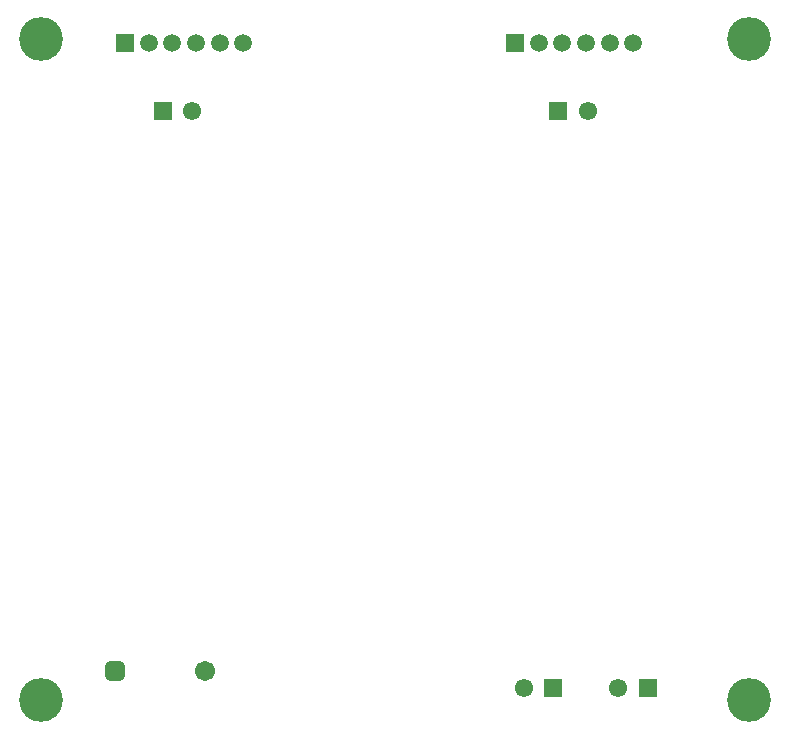
<source format=gbs>
G04*
G04 #@! TF.GenerationSoftware,Altium Limited,Altium Designer,22.9.1 (49)*
G04*
G04 Layer_Color=16711935*
%FSTAX24Y24*%
%MOIN*%
G70*
G04*
G04 #@! TF.SameCoordinates,2FAE9610-6970-4823-A7E0-823FAA2A8A52*
G04*
G04*
G04 #@! TF.FilePolarity,Negative*
G04*
G01*
G75*
%ADD34C,0.0592*%
%ADD35R,0.0592X0.0592*%
%ADD36C,0.0610*%
%ADD37R,0.0610X0.0610*%
%ADD38C,0.1460*%
G04:AMPARAMS|DCode=39|XSize=67.1mil|YSize=67.1mil|CornerRadius=18.8mil|HoleSize=0mil|Usage=FLASHONLY|Rotation=0.000|XOffset=0mil|YOffset=0mil|HoleType=Round|Shape=RoundedRectangle|*
%AMROUNDEDRECTD39*
21,1,0.0671,0.0295,0,0,0.0*
21,1,0.0295,0.0671,0,0,0.0*
1,1,0.0375,0.0148,-0.0148*
1,1,0.0375,-0.0148,-0.0148*
1,1,0.0375,-0.0148,0.0148*
1,1,0.0375,0.0148,0.0148*
%
%ADD39ROUNDEDRECTD39*%
%ADD40C,0.0671*%
D34*
X0078Y02315D02*
D03*
X007013D02*
D03*
X005438D02*
D03*
X00465D02*
D03*
X006225D02*
D03*
X0208D02*
D03*
X020013D02*
D03*
X018438D02*
D03*
X01765D02*
D03*
X019225D02*
D03*
D35*
X003863D02*
D03*
X016863D02*
D03*
D36*
X01715Y00165D02*
D03*
X019292Y0209D02*
D03*
X0061D02*
D03*
X020308Y00165D02*
D03*
D37*
X018134D02*
D03*
X018308Y0209D02*
D03*
X005116D02*
D03*
X021292Y00165D02*
D03*
D38*
X02465Y0233D02*
D03*
Y00125D02*
D03*
X00105Y0233D02*
D03*
Y00125D02*
D03*
D39*
X003534Y002238D02*
D03*
D40*
X006534D02*
D03*
M02*

</source>
